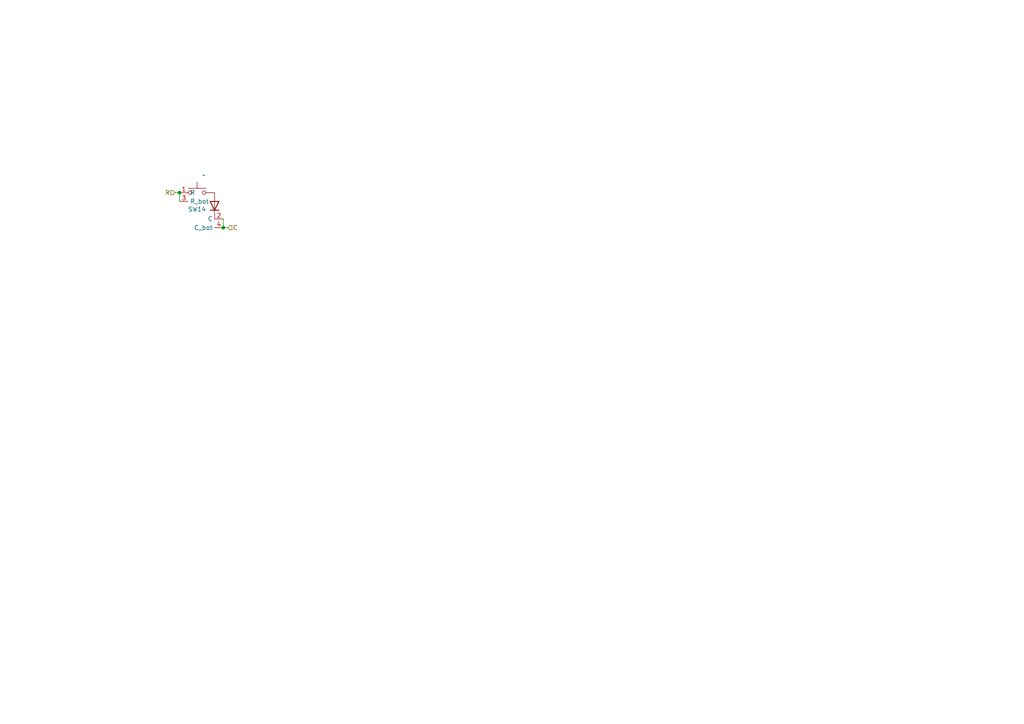
<source format=kicad_sch>
(kicad_sch (version 20231120) (generator "eeschema") (generator_version "8.0")
  (paper "A4")
  (lib_symbols
    (symbol "Keyboard:choc_sod123_2sided"
      (property "Reference" "SW" (at 0 -5.842 0))
      (symbol "choc_sod123_2sided_0_1"
        (circle (center -2.032 0) (radius 0.508))
        (polyline (pts (xy 0 1.27) (xy 0 3.048)))
        (polyline (pts (xy 2.54 1.27) (xy -2.54 1.27)))
        (polyline (pts (xy 3.81 -5.08) (xy 6.35 -5.08)) (stroke (width 0.254)))
        (polyline (pts (xy 5.08 -7.62) (xy 5.08 -5.08)))
        (polyline (pts (xy 5.08 -2.54) (xy 5.08 -5.08)))
        (polyline (pts (xy 2.54 0) (xy 5.08 0) (xy 5.08 -2.54)))
        (polyline (pts (xy 3.81 -2.54) (xy 6.35 -2.54) (xy 5.08 -5.08) (xy 3.81 -2.54)) (stroke (width 0.254)))
        (circle (center 2.032 0) (radius 0.508))
      )
      (symbol "choc_sod123_2sided_1_1"
        (pin passive line (at -5.08 0 0) (length 2.54) (name "R") (number "1"))
        (pin passive line (at 7.62 -7.62 180) (length 2.54) (name "C") (number "2"))
        (pin passive line (at -5.08 -2.54 0) (length 2.54) (name "R_bot") (number "3"))
        (pin passive line (at 7.62 -10.16 180) (length 2.54) (name "C_bot") (number "4"))
      )
    )
  )
  (junction (at 52.07 55.88))
  (junction (at 64.77 66.04))
  (wire (pts (xy 50.8 55.88) (xy 52.07 55.88)))
  (wire (pts (xy 64.77 66.04) (xy 66.04 66.04)))
  (wire (pts (xy 64.77 63.5) (xy 64.77 66.04)))
  (wire (pts (xy 52.07 55.88) (xy 52.07 58.42)))
  (hierarchical_label "C" (shape input) (at 66.04 66.04 0))
  (hierarchical_label "R" (shape input) (at 50.8 55.88 180))
  (symbol (lib_id "Keyboard:choc_sod123_2sided") (at 57.15 55.88 0) (unit 1)
    (property "Reference" "SW14" (at 57.15 60.706 0))
    (property "Value" "~" (at 59.1185 50.8 0))
    (property "Footprint" "Keyboard:choc_hotswap_18_17_sod123" (effects (hide yes)))
    (instances (project "thorne" (path "" (reference "SW14") (unit 1)) (path "" (reference "SW15") (unit 1)) (path "" (reference "SW21") (unit 1)) (path "" (reference "SW6") (unit 1)) (path "" (reference "SW9") (unit 1)) (path "" (reference "SW13") (unit 1)) (path "" (reference "SW10") (unit 1)) (path "" (reference "SW4") (unit 1)) (path "" (reference "SW3") (unit 1)) (path "" (reference "SW20") (unit 1)) (path "" (reference "SW16") (unit 1)) (path "" (reference "SW8") (unit 1)) (path "" (reference "SW19") (unit 1)) (path "" (reference "SW12") (unit 1)) (path "" (reference "SW11") (unit 1)) (path "" (reference "SW2") (unit 1)) (path "" (reference "SW5") (unit 1)) (path "" (reference "SW1") (unit 1)) (path "" (reference "SW7") (unit 1)) (path "" (reference "SW22") (unit 1)) (path "" (reference "SW18") (unit 1)) (path "" (reference "SW17") (unit 1))))
  )
)
</source>
